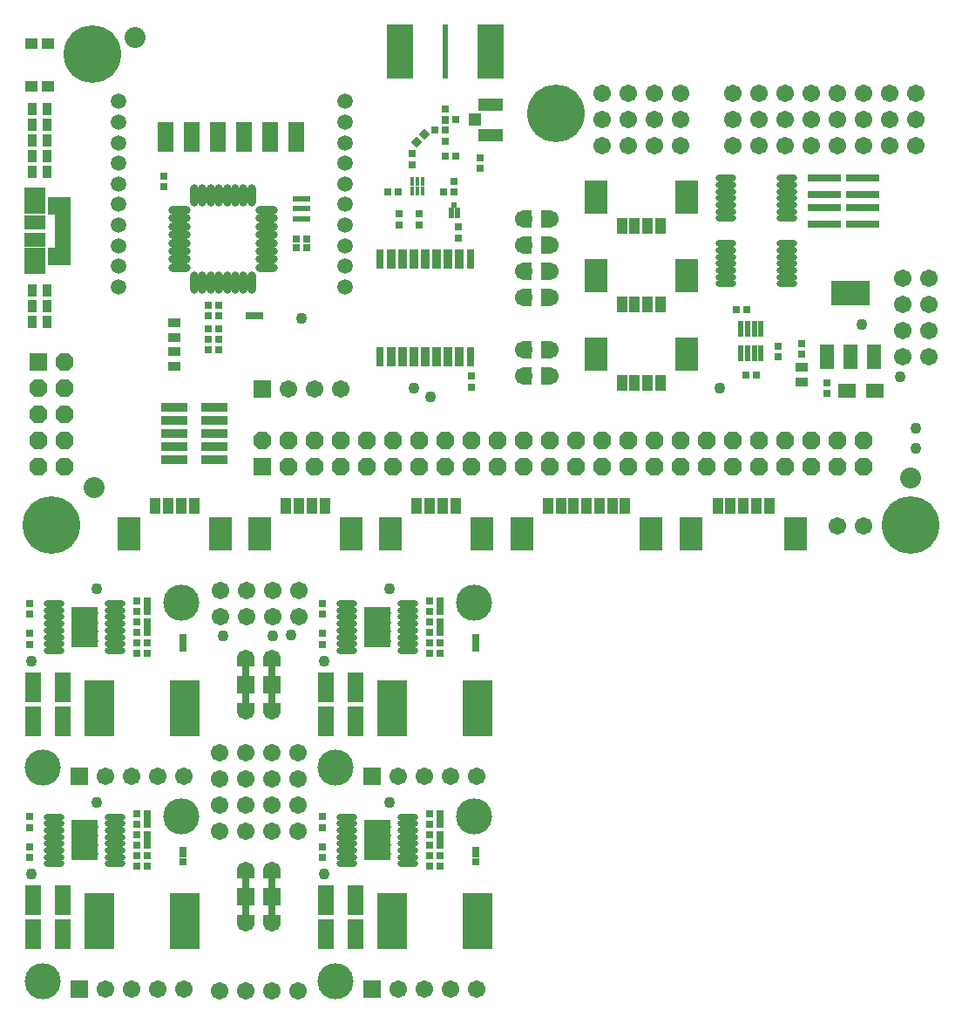
<source format=gts>
G04 Layer_Color=8388736*
%FSLAX25Y25*%
%MOIN*%
G70*
G01*
G75*
%ADD104R,0.03150X0.01181*%
%ADD105R,0.01181X0.03150*%
%ADD106R,0.03149X0.05807*%
%ADD107R,0.03149X0.05807*%
%ADD108R,0.09068X0.12611*%
%ADD109R,0.03950X0.05918*%
%ADD110R,0.03162X0.02965*%
%ADD111R,0.02965X0.03162*%
G04:AMPARAMS|DCode=112|XSize=80mil|YSize=80mil|CornerRadius=40mil|HoleSize=0mil|Usage=FLASHONLY|Rotation=180.000|XOffset=0mil|YOffset=0mil|HoleType=Round|Shape=RoundedRectangle|*
%AMROUNDEDRECTD112*
21,1,0.08000,0.00000,0,0,180.0*
21,1,0.00000,0.08000,0,0,180.0*
1,1,0.08000,0.00000,0.00000*
1,1,0.08000,0.00000,0.00000*
1,1,0.08000,0.00000,0.00000*
1,1,0.08000,0.00000,0.00000*
%
%ADD112ROUNDEDRECTD112*%
%ADD113R,0.03359X0.02769*%
%ADD114R,0.04737X0.03753*%
%ADD115R,0.02992X0.07323*%
%ADD116R,0.03386X0.07323*%
%ADD117C,0.04300*%
G04:AMPARAMS|DCode=118|XSize=31.62mil|YSize=29.65mil|CornerRadius=0mil|HoleSize=0mil|Usage=FLASHONLY|Rotation=135.000|XOffset=0mil|YOffset=0mil|HoleType=Round|Shape=Rectangle|*
%AMROTATEDRECTD118*
4,1,4,0.02166,-0.00070,0.00070,-0.02166,-0.02166,0.00070,-0.00070,0.02166,0.02166,-0.00070,0.0*
%
%ADD118ROTATEDRECTD118*%

%ADD119R,0.01666X0.03556*%
%ADD120R,0.04934X0.04737*%
%ADD121R,0.09461X0.04934*%
%ADD122R,0.02473X0.02178*%
%ADD123R,0.05524X0.09461*%
%ADD124R,0.14973X0.09461*%
%ADD125R,0.07099X0.05721*%
G04:AMPARAMS|DCode=126|XSize=80mil|YSize=80mil|CornerRadius=40mil|HoleSize=0mil|Usage=FLASHONLY|Rotation=90.000|XOffset=0mil|YOffset=0mil|HoleType=Round|Shape=RoundedRectangle|*
%AMROUNDEDRECTD126*
21,1,0.08000,0.00000,0,0,90.0*
21,1,0.00000,0.08000,0,0,90.0*
1,1,0.08000,0.00000,0.00000*
1,1,0.08000,0.00000,0.00000*
1,1,0.08000,0.00000,0.00000*
1,1,0.08000,0.00000,0.00000*
%
%ADD126ROUNDEDRECTD126*%
%ADD127R,0.10249X0.03753*%
%ADD128R,0.05918X0.11824*%
%ADD129R,0.04737X0.04343*%
%ADD130R,0.09068X0.06607*%
%ADD131R,0.06233X0.02572*%
%ADD132R,0.08280X0.10150*%
%ADD133R,0.08280X0.05426*%
%ADD134R,0.07099X0.01981*%
%ADD135R,0.03753X0.04737*%
%ADD136O,0.08477X0.03162*%
%ADD137O,0.03162X0.08477*%
%ADD138R,0.02454X0.05918*%
%ADD139O,0.07887X0.02454*%
%ADD140R,0.05918X0.11430*%
%ADD141R,0.11800X0.21800*%
%ADD142R,0.10288X0.15170*%
%ADD143R,0.02300X0.20800*%
%ADD144R,0.10300X0.20800*%
%ADD145C,0.06706*%
%ADD146R,0.06706X0.06706*%
%ADD147R,0.06706X0.06706*%
%ADD148P,0.07258X8X292.5*%
%ADD149P,0.07258X8X22.5*%
%ADD150C,0.05918*%
%ADD151C,0.13800*%
%ADD152C,0.22000*%
%ADD153C,0.02800*%
%ADD154C,0.03200*%
%ADD155R,0.06706X0.03753*%
%ADD156R,0.03753X0.06706*%
D104*
X62118Y-32874D02*
D03*
X174118D02*
D03*
X62118Y-114374D02*
D03*
X174118D02*
D03*
D105*
X89500Y92000D02*
D03*
D106*
X86118Y-53845D02*
D03*
X96118D02*
D03*
X96119Y-134846D02*
D03*
X86119D02*
D03*
D107*
X86119Y-43904D02*
D03*
X96118D02*
D03*
X96119Y-124905D02*
D03*
X86119D02*
D03*
D108*
X296476Y8630D02*
D03*
X256713D02*
D03*
X191791D02*
D03*
X241398D02*
D03*
X126516D02*
D03*
X91673D02*
D03*
X41673D02*
D03*
X76516D02*
D03*
X220079Y107413D02*
D03*
X254921D02*
D03*
Y137413D02*
D03*
X220079D02*
D03*
Y77413D02*
D03*
X254921D02*
D03*
X176516Y8630D02*
D03*
X141673D02*
D03*
D109*
X271673Y19457D02*
D03*
X276594D02*
D03*
X281516D02*
D03*
X286437D02*
D03*
X266752D02*
D03*
X201831D02*
D03*
X206752D02*
D03*
X216595D02*
D03*
X221516D02*
D03*
X226437D02*
D03*
X231358D02*
D03*
X211673D02*
D03*
X116476D02*
D03*
X111555D02*
D03*
X106634D02*
D03*
X101713D02*
D03*
X51713D02*
D03*
X56634D02*
D03*
X61555D02*
D03*
X66476D02*
D03*
X230118Y96587D02*
D03*
X235039D02*
D03*
X239961D02*
D03*
X244882D02*
D03*
Y126587D02*
D03*
X239961D02*
D03*
X235039D02*
D03*
X230118D02*
D03*
Y66587D02*
D03*
X235039D02*
D03*
X239961D02*
D03*
X244882D02*
D03*
X166476Y19457D02*
D03*
X161555D02*
D03*
X156634D02*
D03*
X151713D02*
D03*
D110*
X62118Y-34941D02*
D03*
Y-30807D02*
D03*
X174118D02*
D03*
Y-34941D02*
D03*
X62118Y-116441D02*
D03*
Y-112307D02*
D03*
X174118D02*
D03*
Y-116441D02*
D03*
X152500Y131067D02*
D03*
Y126933D02*
D03*
X145000Y131067D02*
D03*
Y126933D02*
D03*
X162500Y163067D02*
D03*
Y158933D02*
D03*
X150000Y149933D02*
D03*
Y154067D02*
D03*
X166000Y139433D02*
D03*
Y143567D02*
D03*
X167500Y121933D02*
D03*
Y126067D02*
D03*
X172500Y69067D02*
D03*
Y64933D02*
D03*
X299000Y81583D02*
D03*
Y77449D02*
D03*
X308500Y66567D02*
D03*
Y62433D02*
D03*
X55000Y141433D02*
D03*
Y145567D02*
D03*
X290000Y80567D02*
D03*
Y76433D02*
D03*
X162500Y166933D02*
D03*
Y171067D02*
D03*
X176000Y152567D02*
D03*
Y148433D02*
D03*
X115618Y-110807D02*
D03*
Y-114941D02*
D03*
Y-99307D02*
D03*
Y-103441D02*
D03*
X3618Y-110807D02*
D03*
Y-114941D02*
D03*
Y-99307D02*
D03*
Y-103441D02*
D03*
X115618Y-17807D02*
D03*
Y-21941D02*
D03*
Y-29307D02*
D03*
Y-33441D02*
D03*
X3618Y-17807D02*
D03*
Y-21941D02*
D03*
Y-29307D02*
D03*
Y-33441D02*
D03*
D111*
X91567Y92000D02*
D03*
X87433D02*
D03*
X76067Y96000D02*
D03*
X71933D02*
D03*
X158433Y163000D02*
D03*
X162567D02*
D03*
X140433Y139500D02*
D03*
X144567D02*
D03*
X166567Y153000D02*
D03*
X162433D02*
D03*
Y167000D02*
D03*
X166567D02*
D03*
X166067Y139433D02*
D03*
X161933D02*
D03*
X105533Y121600D02*
D03*
X109667D02*
D03*
X105433Y118000D02*
D03*
X109567D02*
D03*
X76067Y92000D02*
D03*
X71933D02*
D03*
X277433Y69500D02*
D03*
X281567D02*
D03*
X278067Y94500D02*
D03*
X273933D02*
D03*
X71933Y87000D02*
D03*
X76067D02*
D03*
Y83000D02*
D03*
X71933D02*
D03*
X76067Y79000D02*
D03*
X71933D02*
D03*
X44551Y-114374D02*
D03*
X48685D02*
D03*
Y-118374D02*
D03*
X44551D02*
D03*
X160685D02*
D03*
X156551D02*
D03*
Y-114374D02*
D03*
X160685D02*
D03*
X156551Y-98374D02*
D03*
X160685D02*
D03*
X156551Y-110374D02*
D03*
X160685D02*
D03*
Y-106374D02*
D03*
X156551D02*
D03*
Y-102374D02*
D03*
X160685D02*
D03*
X44551Y-98374D02*
D03*
X48685D02*
D03*
X44551Y-110374D02*
D03*
X48685D02*
D03*
Y-106374D02*
D03*
X44551D02*
D03*
Y-102374D02*
D03*
X48685D02*
D03*
X156551Y-20874D02*
D03*
X160685D02*
D03*
X44551D02*
D03*
X48685D02*
D03*
X160685Y-24874D02*
D03*
X156551D02*
D03*
Y-28874D02*
D03*
X160685D02*
D03*
X156551Y-16874D02*
D03*
X160685D02*
D03*
X156551Y-32874D02*
D03*
X160685D02*
D03*
Y-36874D02*
D03*
X156551D02*
D03*
X48685Y-24874D02*
D03*
X44551D02*
D03*
Y-28874D02*
D03*
X48685D02*
D03*
X44551Y-16874D02*
D03*
X48685D02*
D03*
X44551Y-32874D02*
D03*
X48685D02*
D03*
Y-36874D02*
D03*
X44551D02*
D03*
D112*
X28346Y26378D02*
D03*
D113*
X309075Y127150D02*
D03*
X305925D02*
D03*
X312224D02*
D03*
X302776D02*
D03*
X312224Y133450D02*
D03*
X302776D02*
D03*
X309075D02*
D03*
X305925D02*
D03*
X323775Y127150D02*
D03*
X320625D02*
D03*
X326924D02*
D03*
X317476D02*
D03*
X326924Y133450D02*
D03*
X317476D02*
D03*
X323775D02*
D03*
X320625D02*
D03*
X305925Y144650D02*
D03*
X309075D02*
D03*
X302776D02*
D03*
X312224D02*
D03*
X302776Y138350D02*
D03*
X312224D02*
D03*
X305925D02*
D03*
X309075D02*
D03*
X320625Y144650D02*
D03*
X323775D02*
D03*
X317476D02*
D03*
X326924D02*
D03*
X317476Y138350D02*
D03*
X326924D02*
D03*
X320625D02*
D03*
X323775D02*
D03*
D114*
X59000Y72646D02*
D03*
Y78354D02*
D03*
X59000Y89354D02*
D03*
Y83646D02*
D03*
X299000Y72370D02*
D03*
Y66661D02*
D03*
D115*
X172323Y113701D02*
D03*
X137677D02*
D03*
X172323Y76299D02*
D03*
X137677D02*
D03*
D116*
X167992Y113701D02*
D03*
X163661D02*
D03*
X159331D02*
D03*
X155000D02*
D03*
X150669D02*
D03*
X146339D02*
D03*
X142008D02*
D03*
X167992Y76299D02*
D03*
X163661D02*
D03*
X159331D02*
D03*
X155000D02*
D03*
X150669D02*
D03*
X146339D02*
D03*
X142008D02*
D03*
D117*
X157000Y61000D02*
D03*
X150500Y64500D02*
D03*
X141118Y-93874D02*
D03*
X29118D02*
D03*
X141118Y-12374D02*
D03*
X29118D02*
D03*
X342520Y41339D02*
D03*
X107500Y91000D02*
D03*
X342520Y49213D02*
D03*
X267500Y64500D02*
D03*
X116118Y-121374D02*
D03*
X4118D02*
D03*
X116118Y-39874D02*
D03*
X4118D02*
D03*
X322047Y88848D02*
D03*
X96618Y-30374D02*
D03*
X77618D02*
D03*
X103618Y-29874D02*
D03*
X336614Y68898D02*
D03*
D118*
X151539Y158538D02*
D03*
X154462Y161461D02*
D03*
D119*
X150031Y139689D02*
D03*
X152000D02*
D03*
X153969D02*
D03*
X150031Y143311D02*
D03*
X152000D02*
D03*
X153969D02*
D03*
D120*
X173799Y167000D02*
D03*
D121*
X180000Y161193D02*
D03*
Y172807D02*
D03*
D122*
X166000Y134468D02*
D03*
X164868Y130532D02*
D03*
X167132D02*
D03*
Y132500D02*
D03*
X164868D02*
D03*
D123*
X317500Y76295D02*
D03*
X308445D02*
D03*
X326555D02*
D03*
D124*
X317500Y100705D02*
D03*
D125*
X316087Y63500D02*
D03*
X326913D02*
D03*
D126*
X44000Y198500D02*
D03*
X340500Y30000D02*
D03*
D127*
X58823Y57000D02*
D03*
Y52000D02*
D03*
Y47000D02*
D03*
Y42000D02*
D03*
Y37000D02*
D03*
X74177Y57000D02*
D03*
Y52000D02*
D03*
Y47000D02*
D03*
Y42000D02*
D03*
Y37000D02*
D03*
D128*
X55500Y160500D02*
D03*
X65500D02*
D03*
X95500D02*
D03*
X105500D02*
D03*
X75500D02*
D03*
X85500D02*
D03*
D129*
X4350Y179929D02*
D03*
Y196071D02*
D03*
X10650Y179929D02*
D03*
Y196071D02*
D03*
D130*
X14764Y134195D02*
D03*
Y114805D02*
D03*
D131*
X16181Y119382D02*
D03*
Y121941D02*
D03*
Y124500D02*
D03*
Y127059D02*
D03*
Y129618D02*
D03*
D132*
X5709Y113033D02*
D03*
Y135967D02*
D03*
D133*
Y121203D02*
D03*
Y127797D02*
D03*
D134*
X107500Y133000D02*
D03*
Y129260D02*
D03*
Y136740D02*
D03*
D135*
X10354Y101713D02*
D03*
X4646D02*
D03*
X10354Y89713D02*
D03*
X4646D02*
D03*
X10354Y95713D02*
D03*
X4646D02*
D03*
X10354Y171213D02*
D03*
X4646D02*
D03*
X10354Y165213D02*
D03*
X4646D02*
D03*
X10354Y159213D02*
D03*
X4646D02*
D03*
X10354Y153213D02*
D03*
X4646D02*
D03*
X10354Y147213D02*
D03*
X4646D02*
D03*
D136*
X94232Y110476D02*
D03*
Y113626D02*
D03*
Y116776D02*
D03*
Y119925D02*
D03*
Y123075D02*
D03*
Y126224D02*
D03*
Y129374D02*
D03*
Y132524D02*
D03*
X60768D02*
D03*
Y129374D02*
D03*
Y126224D02*
D03*
Y123075D02*
D03*
Y119925D02*
D03*
Y116776D02*
D03*
Y113626D02*
D03*
Y110476D02*
D03*
D137*
X88524Y138232D02*
D03*
X85374D02*
D03*
X82224D02*
D03*
X79075D02*
D03*
X75925D02*
D03*
X72776D02*
D03*
X69626D02*
D03*
X66476D02*
D03*
Y104768D02*
D03*
X69626D02*
D03*
X72776D02*
D03*
X75925D02*
D03*
X79075D02*
D03*
X82224D02*
D03*
X85374D02*
D03*
X88524D02*
D03*
D138*
X275661Y77874D02*
D03*
X278221D02*
D03*
X280780D02*
D03*
X283339D02*
D03*
X275661Y87126D02*
D03*
X278221D02*
D03*
X280780D02*
D03*
X283339D02*
D03*
D139*
X269807Y104323D02*
D03*
Y106882D02*
D03*
Y109441D02*
D03*
Y112000D02*
D03*
Y114559D02*
D03*
Y117118D02*
D03*
Y119677D02*
D03*
X293193D02*
D03*
Y117118D02*
D03*
Y114559D02*
D03*
Y112000D02*
D03*
Y109441D02*
D03*
Y106882D02*
D03*
Y104323D02*
D03*
X269807Y129323D02*
D03*
Y131882D02*
D03*
Y134441D02*
D03*
Y137000D02*
D03*
Y139559D02*
D03*
Y142118D02*
D03*
Y144677D02*
D03*
X293193D02*
D03*
Y142118D02*
D03*
Y139559D02*
D03*
Y137000D02*
D03*
Y134441D02*
D03*
Y131882D02*
D03*
Y129323D02*
D03*
X12925Y-117331D02*
D03*
Y-114772D02*
D03*
Y-112213D02*
D03*
Y-109653D02*
D03*
Y-107095D02*
D03*
Y-104535D02*
D03*
Y-101976D02*
D03*
Y-99417D02*
D03*
X36311D02*
D03*
Y-101976D02*
D03*
Y-104535D02*
D03*
Y-107095D02*
D03*
Y-109653D02*
D03*
Y-112213D02*
D03*
Y-114772D02*
D03*
Y-117331D02*
D03*
X124925D02*
D03*
Y-114772D02*
D03*
Y-112213D02*
D03*
Y-109653D02*
D03*
Y-107095D02*
D03*
Y-104535D02*
D03*
Y-101976D02*
D03*
Y-99417D02*
D03*
X148311D02*
D03*
Y-101976D02*
D03*
Y-104535D02*
D03*
Y-107095D02*
D03*
Y-109653D02*
D03*
Y-112213D02*
D03*
Y-114772D02*
D03*
Y-117331D02*
D03*
X124925Y-35831D02*
D03*
Y-33272D02*
D03*
Y-30713D02*
D03*
Y-28153D02*
D03*
Y-25594D02*
D03*
Y-23035D02*
D03*
Y-20476D02*
D03*
Y-17917D02*
D03*
X148311D02*
D03*
Y-20476D02*
D03*
Y-23035D02*
D03*
Y-25594D02*
D03*
Y-28153D02*
D03*
Y-30713D02*
D03*
Y-33272D02*
D03*
Y-35831D02*
D03*
X12925D02*
D03*
Y-33272D02*
D03*
Y-30713D02*
D03*
Y-28153D02*
D03*
Y-25594D02*
D03*
Y-23035D02*
D03*
Y-20476D02*
D03*
Y-17917D02*
D03*
X36311D02*
D03*
Y-20476D02*
D03*
Y-23035D02*
D03*
Y-25594D02*
D03*
Y-28153D02*
D03*
Y-30713D02*
D03*
Y-33272D02*
D03*
Y-35831D02*
D03*
D140*
X128327Y-131374D02*
D03*
X116909D02*
D03*
X128327Y-144374D02*
D03*
X116909D02*
D03*
X16327Y-131374D02*
D03*
X4909D02*
D03*
X16327Y-144374D02*
D03*
X4909D02*
D03*
X128327Y-62874D02*
D03*
X116909D02*
D03*
X128327Y-49874D02*
D03*
X116909D02*
D03*
X16327Y-62874D02*
D03*
X4909D02*
D03*
X16327Y-49874D02*
D03*
X4909D02*
D03*
D141*
X142378Y-139374D02*
D03*
X174858Y-139375D02*
D03*
X30378Y-139374D02*
D03*
X62858Y-139375D02*
D03*
X142378Y-57874D02*
D03*
X174858Y-57875D02*
D03*
X30378Y-57874D02*
D03*
X62858Y-57875D02*
D03*
D142*
X24618Y-108374D02*
D03*
X136618D02*
D03*
Y-26874D02*
D03*
X24618D02*
D03*
D143*
X162500Y193000D02*
D03*
D144*
X179750D02*
D03*
X145250D02*
D03*
D145*
X86118Y-58874D02*
D03*
Y-38874D02*
D03*
X96118D02*
D03*
Y-58874D02*
D03*
X96119Y-139875D02*
D03*
Y-119875D02*
D03*
X86119D02*
D03*
Y-139875D02*
D03*
X122500Y64000D02*
D03*
X112500D02*
D03*
X102500D02*
D03*
X252500Y177000D02*
D03*
Y167000D02*
D03*
Y157000D02*
D03*
X242500Y177000D02*
D03*
Y167000D02*
D03*
Y157000D02*
D03*
X232500Y177000D02*
D03*
Y167000D02*
D03*
Y157000D02*
D03*
X222500D02*
D03*
Y167000D02*
D03*
Y177000D02*
D03*
X342500D02*
D03*
Y167000D02*
D03*
Y157000D02*
D03*
X332500Y177000D02*
D03*
Y167000D02*
D03*
Y157000D02*
D03*
X322500Y177000D02*
D03*
Y167000D02*
D03*
Y157000D02*
D03*
X312500Y177000D02*
D03*
Y167000D02*
D03*
Y157000D02*
D03*
X302500Y177000D02*
D03*
Y167000D02*
D03*
Y157000D02*
D03*
X292500Y177000D02*
D03*
Y167000D02*
D03*
Y157000D02*
D03*
X282500Y177000D02*
D03*
Y167000D02*
D03*
Y157000D02*
D03*
X272500Y177000D02*
D03*
Y167000D02*
D03*
Y157000D02*
D03*
X202500Y79000D02*
D03*
X192500D02*
D03*
X202500Y119000D02*
D03*
X192500D02*
D03*
X202500Y99000D02*
D03*
X192500D02*
D03*
X202500Y129000D02*
D03*
X192500D02*
D03*
X202500Y109000D02*
D03*
X192500D02*
D03*
X202500Y69000D02*
D03*
X192500D02*
D03*
X337500Y106500D02*
D03*
Y96500D02*
D03*
Y86500D02*
D03*
Y76500D02*
D03*
X347500D02*
D03*
Y86500D02*
D03*
Y96500D02*
D03*
Y106500D02*
D03*
X106118Y-84874D02*
D03*
X96118D02*
D03*
X86118D02*
D03*
X76118D02*
D03*
Y-74874D02*
D03*
X86118D02*
D03*
X96118D02*
D03*
X106118D02*
D03*
X106618Y-22874D02*
D03*
X96618D02*
D03*
X86618D02*
D03*
X76618D02*
D03*
Y-12874D02*
D03*
X86618D02*
D03*
X96618D02*
D03*
X106618D02*
D03*
X106118Y-165874D02*
D03*
X96118D02*
D03*
X86118D02*
D03*
X76118D02*
D03*
X174618Y-165374D02*
D03*
X144618D02*
D03*
X154618D02*
D03*
X164618D02*
D03*
X62618D02*
D03*
X32618D02*
D03*
X42618D02*
D03*
X52618D02*
D03*
X174618Y-83874D02*
D03*
X144618D02*
D03*
X154618D02*
D03*
X164618D02*
D03*
X62618D02*
D03*
X32618D02*
D03*
X42618D02*
D03*
X52618D02*
D03*
X106118Y-104874D02*
D03*
X96118D02*
D03*
X86118D02*
D03*
X76118D02*
D03*
Y-94874D02*
D03*
X86118D02*
D03*
X96118D02*
D03*
X106118D02*
D03*
X322441Y11811D02*
D03*
X312441D02*
D03*
D146*
X86118Y-48874D02*
D03*
X96118D02*
D03*
X96119Y-129875D02*
D03*
X86119D02*
D03*
X7000Y74500D02*
D03*
D147*
X92500Y64000D02*
D03*
Y34500D02*
D03*
X134618Y-165374D02*
D03*
X22618D02*
D03*
X134618Y-83874D02*
D03*
X22618D02*
D03*
D148*
X7000Y54500D02*
D03*
X17000D02*
D03*
Y64500D02*
D03*
X7000D02*
D03*
X17000Y74500D02*
D03*
X7000Y44500D02*
D03*
Y34500D02*
D03*
X17000Y44500D02*
D03*
Y34500D02*
D03*
D149*
X322500Y44500D02*
D03*
X312500D02*
D03*
X302500D02*
D03*
X292500D02*
D03*
X282500D02*
D03*
X272500D02*
D03*
X262500D02*
D03*
X252500D02*
D03*
X242500D02*
D03*
X232500D02*
D03*
X322500Y34500D02*
D03*
X312500D02*
D03*
X302500D02*
D03*
X292500D02*
D03*
X282500D02*
D03*
X272500D02*
D03*
X262500D02*
D03*
X252500D02*
D03*
X242500D02*
D03*
X232500D02*
D03*
X222500Y44500D02*
D03*
X212500D02*
D03*
X202500D02*
D03*
X192500D02*
D03*
X182500D02*
D03*
X172500D02*
D03*
X162500D02*
D03*
X152500D02*
D03*
X142500D02*
D03*
X132500D02*
D03*
X122500D02*
D03*
X222500Y34500D02*
D03*
X212500D02*
D03*
X202500D02*
D03*
X192500D02*
D03*
X182500D02*
D03*
X172500D02*
D03*
X162500D02*
D03*
X152500D02*
D03*
X142500D02*
D03*
X132500D02*
D03*
X122500D02*
D03*
X92500Y44500D02*
D03*
X102500Y34500D02*
D03*
Y44500D02*
D03*
X112500D02*
D03*
Y34500D02*
D03*
D150*
X124114Y174000D02*
D03*
Y166126D02*
D03*
Y150378D02*
D03*
Y158252D02*
D03*
Y142504D02*
D03*
Y103134D02*
D03*
Y118882D02*
D03*
Y111008D02*
D03*
Y126756D02*
D03*
Y134630D02*
D03*
X37500D02*
D03*
Y126756D02*
D03*
Y111008D02*
D03*
Y118882D02*
D03*
Y103134D02*
D03*
Y142504D02*
D03*
Y158252D02*
D03*
Y150378D02*
D03*
Y166126D02*
D03*
Y174000D02*
D03*
D03*
Y166126D02*
D03*
Y150378D02*
D03*
Y158252D02*
D03*
Y142504D02*
D03*
Y103134D02*
D03*
Y118882D02*
D03*
Y111008D02*
D03*
Y126756D02*
D03*
Y134630D02*
D03*
X124114Y174000D02*
D03*
Y166126D02*
D03*
Y150378D02*
D03*
Y158252D02*
D03*
Y142504D02*
D03*
Y103134D02*
D03*
Y118882D02*
D03*
Y111008D02*
D03*
Y126756D02*
D03*
Y134630D02*
D03*
D151*
X173618Y-99074D02*
D03*
X120618Y-162074D02*
D03*
X61618Y-99074D02*
D03*
X8618Y-162074D02*
D03*
X173618Y-17574D02*
D03*
X120618Y-80574D02*
D03*
X61618Y-17574D02*
D03*
X8618Y-80574D02*
D03*
D152*
X340500Y12000D02*
D03*
X205000Y169500D02*
D03*
X12000Y12000D02*
D03*
X27500Y192000D02*
D03*
D153*
X172500Y64933D02*
D03*
X48618Y-108374D02*
D03*
Y-100374D02*
D03*
Y-18874D02*
D03*
Y-26874D02*
D03*
X160618Y-100374D02*
D03*
Y-108374D02*
D03*
Y-18874D02*
D03*
Y-26874D02*
D03*
X62858Y-139375D02*
D03*
X174858D02*
D03*
Y-57875D02*
D03*
X62858D02*
D03*
D154*
X24618Y-103059D02*
D03*
X28161Y-103060D02*
D03*
X21075Y-103059D02*
D03*
X24618Y-106602D02*
D03*
X28161Y-106603D02*
D03*
X21075Y-106602D02*
D03*
X28161Y-113689D02*
D03*
X21075Y-113688D02*
D03*
X24618Y-113688D02*
D03*
X21075Y-110145D02*
D03*
X28161Y-110146D02*
D03*
X24618Y-110145D02*
D03*
X136618Y-103059D02*
D03*
X140161Y-103060D02*
D03*
X133075Y-103059D02*
D03*
X136618Y-106602D02*
D03*
X140161Y-106603D02*
D03*
X133075Y-106602D02*
D03*
X140161Y-113689D02*
D03*
X133074Y-113688D02*
D03*
X136618Y-113688D02*
D03*
X133075Y-110145D02*
D03*
X140161Y-110146D02*
D03*
X136618Y-110145D02*
D03*
X136618Y-21559D02*
D03*
X140161Y-21560D02*
D03*
X133075Y-21559D02*
D03*
X136618Y-25102D02*
D03*
X140161Y-25103D02*
D03*
X133075Y-25102D02*
D03*
X140161Y-32189D02*
D03*
X133074Y-32188D02*
D03*
X136618Y-32188D02*
D03*
X133075Y-28645D02*
D03*
X140161Y-28646D02*
D03*
X136618Y-28645D02*
D03*
X24618Y-21559D02*
D03*
X28161Y-21560D02*
D03*
X21075Y-21559D02*
D03*
X24618Y-25102D02*
D03*
X28161Y-25103D02*
D03*
X21075Y-25102D02*
D03*
X28161Y-32189D02*
D03*
X21075Y-32188D02*
D03*
X24618Y-32188D02*
D03*
X21075Y-28645D02*
D03*
X28161Y-28646D02*
D03*
X24618Y-28645D02*
D03*
D155*
X86118Y-57398D02*
D03*
X86118Y-40351D02*
D03*
X96118D02*
D03*
X96118Y-57398D02*
D03*
X96119Y-138399D02*
D03*
X96119Y-121351D02*
D03*
X86119D02*
D03*
X86119Y-138399D02*
D03*
D156*
X201024Y79000D02*
D03*
X193976D02*
D03*
X201024Y119000D02*
D03*
X193976D02*
D03*
X201024Y99000D02*
D03*
X193976D02*
D03*
X201024Y129000D02*
D03*
X193976D02*
D03*
X201024Y109000D02*
D03*
X193976D02*
D03*
X201024Y69000D02*
D03*
X193976D02*
D03*
M02*

</source>
